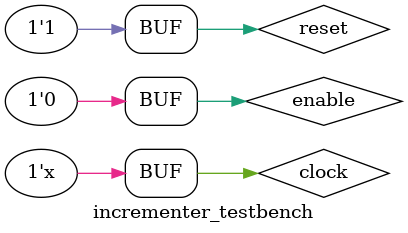
<source format=v>
module incrementer_testbench();

reg clock = 0;
reg enable = 1;
reg reset = 1;
wire [29:0] count;

incrementer uut0(.clock(clock),.reset(reset),.enable(enable),.count(count));


always begin #1; clock = !clock; end

initial begin 


#20;

reset = 0; #20;

reset = 1; #20;

enable = 0; #20;


end

endmodule





</source>
